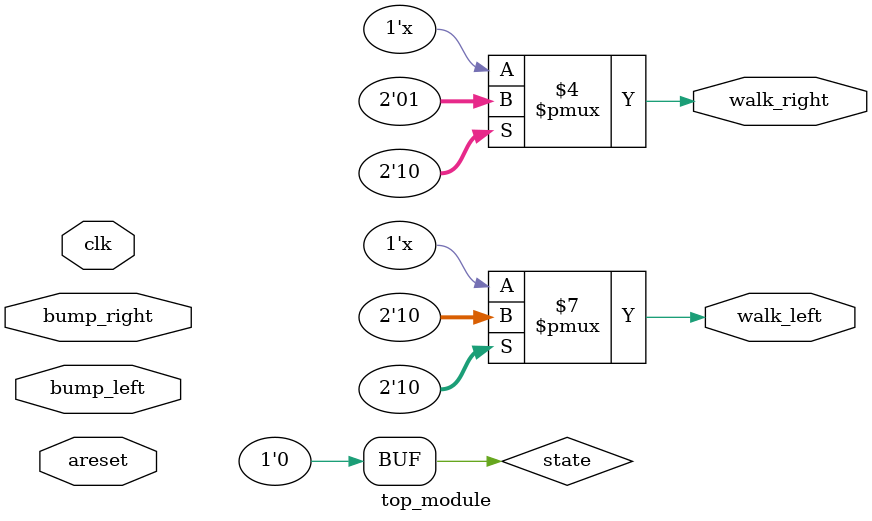
<source format=sv>
module top_module (
    input clk,
    input areset,
    input bump_left,
    input bump_right,
    output reg walk_left,
    output reg walk_right
);

// Define the two states
localparam STATE_WALK_LEFT = 1'b0;
localparam STATE_WALK_RIGHT = 1'b1;

// State register
reg state;

// Next state logic
always @(*) begin
    case (state)
        STATE_WALK_LEFT: begin
            if (bump_left) begin
                state = STATE_WALK_RIGHT;
            end else begin
                state = STATE_WALK_LEFT;
            end
        end
        STATE_WALK_RIGHT: begin
            if (bump_right) begin
                state = STATE_WALK_LEFT;
            end else begin
                state = STATE_WALK_RIGHT;
            end
        end
        default: begin
            state = STATE_WALK_LEFT;
        end
    endcase
end

// Output logic
always @(*) begin
    case (state)
        STATE_WALK_LEFT: begin
            walk_left = 1'b1;
            walk_right = 1'b0;
        end
        STATE_WALK_RIGHT: begin
            walk_left = 1'b0;
            walk_right = 1'b1;
        end
        default: begin
            walk_left = 1'b0;
            walk_right = 1'b0;
        end
    endcase
end

// Reset logic
always @(posedge clk or posedge areset) begin
    if (areset) begin
        state <= STATE_WALK_LEFT;
    end
end

endmodule

</source>
